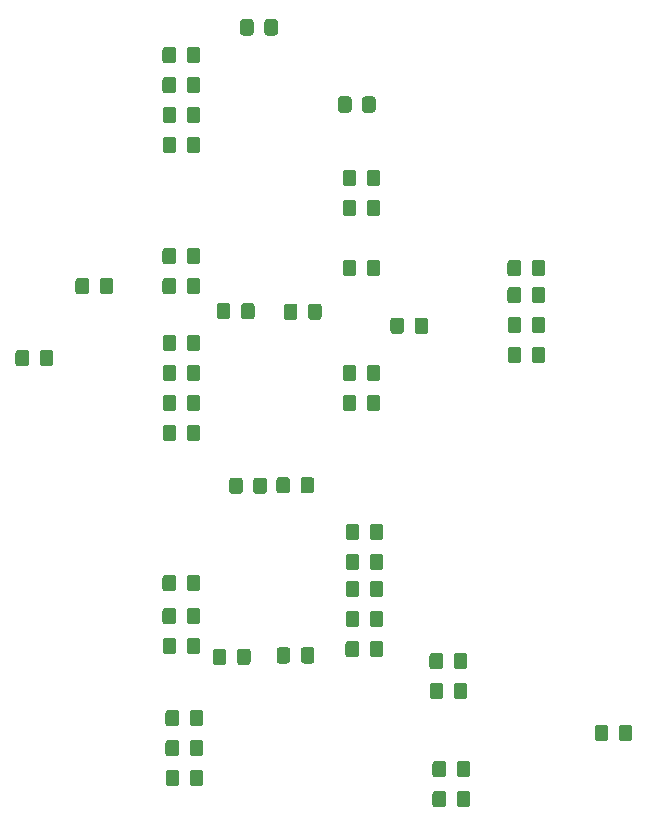
<source format=gbr>
G04 #@! TF.GenerationSoftware,KiCad,Pcbnew,5.1.6-c6e7f7d~86~ubuntu18.04.1*
G04 #@! TF.CreationDate,2020-06-22T07:49:52-04:00*
G04 #@! TF.ProjectId,modulation_source,6d6f6475-6c61-4746-996f-6e5f736f7572,rev?*
G04 #@! TF.SameCoordinates,Original*
G04 #@! TF.FileFunction,Paste,Bot*
G04 #@! TF.FilePolarity,Positive*
%FSLAX46Y46*%
G04 Gerber Fmt 4.6, Leading zero omitted, Abs format (unit mm)*
G04 Created by KiCad (PCBNEW 5.1.6-c6e7f7d~86~ubuntu18.04.1) date 2020-06-22 07:49:52*
%MOMM*%
%LPD*%
G01*
G04 APERTURE LIST*
G04 APERTURE END LIST*
G36*
G01*
X164525000Y-77729501D02*
X164525000Y-76829499D01*
G75*
G02*
X164774999Y-76579500I249999J0D01*
G01*
X165425001Y-76579500D01*
G75*
G02*
X165675000Y-76829499I0J-249999D01*
G01*
X165675000Y-77729501D01*
G75*
G02*
X165425001Y-77979500I-249999J0D01*
G01*
X164774999Y-77979500D01*
G75*
G02*
X164525000Y-77729501I0J249999D01*
G01*
G37*
G36*
G01*
X162475000Y-77729501D02*
X162475000Y-76829499D01*
G75*
G02*
X162724999Y-76579500I249999J0D01*
G01*
X163375001Y-76579500D01*
G75*
G02*
X163625000Y-76829499I0J-249999D01*
G01*
X163625000Y-77729501D01*
G75*
G02*
X163375001Y-77979500I-249999J0D01*
G01*
X162724999Y-77979500D01*
G75*
G02*
X162475000Y-77729501I0J249999D01*
G01*
G37*
G36*
G01*
X144575000Y-110039999D02*
X144575000Y-110940001D01*
G75*
G02*
X144325001Y-111190000I-249999J0D01*
G01*
X143674999Y-111190000D01*
G75*
G02*
X143425000Y-110940001I0J249999D01*
G01*
X143425000Y-110039999D01*
G75*
G02*
X143674999Y-109790000I249999J0D01*
G01*
X144325001Y-109790000D01*
G75*
G02*
X144575000Y-110039999I0J-249999D01*
G01*
G37*
G36*
G01*
X146625000Y-110039999D02*
X146625000Y-110940001D01*
G75*
G02*
X146375001Y-111190000I-249999J0D01*
G01*
X145724999Y-111190000D01*
G75*
G02*
X145475000Y-110940001I0J249999D01*
G01*
X145475000Y-110039999D01*
G75*
G02*
X145724999Y-109790000I249999J0D01*
G01*
X146375001Y-109790000D01*
G75*
G02*
X146625000Y-110039999I0J-249999D01*
G01*
G37*
G36*
G01*
X145239000Y-104844001D02*
X145239000Y-103943999D01*
G75*
G02*
X145488999Y-103694000I249999J0D01*
G01*
X146139001Y-103694000D01*
G75*
G02*
X146389000Y-103943999I0J-249999D01*
G01*
X146389000Y-104844001D01*
G75*
G02*
X146139001Y-105094000I-249999J0D01*
G01*
X145488999Y-105094000D01*
G75*
G02*
X145239000Y-104844001I0J249999D01*
G01*
G37*
G36*
G01*
X143189000Y-104844001D02*
X143189000Y-103943999D01*
G75*
G02*
X143438999Y-103694000I249999J0D01*
G01*
X144089001Y-103694000D01*
G75*
G02*
X144339000Y-103943999I0J-249999D01*
G01*
X144339000Y-104844001D01*
G75*
G02*
X144089001Y-105094000I-249999J0D01*
G01*
X143438999Y-105094000D01*
G75*
G02*
X143189000Y-104844001I0J249999D01*
G01*
G37*
G36*
G01*
X159815000Y-104197999D02*
X159815000Y-105098001D01*
G75*
G02*
X159565001Y-105348000I-249999J0D01*
G01*
X158914999Y-105348000D01*
G75*
G02*
X158665000Y-105098001I0J249999D01*
G01*
X158665000Y-104197999D01*
G75*
G02*
X158914999Y-103948000I249999J0D01*
G01*
X159565001Y-103948000D01*
G75*
G02*
X159815000Y-104197999I0J-249999D01*
G01*
G37*
G36*
G01*
X161865000Y-104197999D02*
X161865000Y-105098001D01*
G75*
G02*
X161615001Y-105348000I-249999J0D01*
G01*
X160964999Y-105348000D01*
G75*
G02*
X160715000Y-105098001I0J249999D01*
G01*
X160715000Y-104197999D01*
G75*
G02*
X160964999Y-103948000I249999J0D01*
G01*
X161615001Y-103948000D01*
G75*
G02*
X161865000Y-104197999I0J-249999D01*
G01*
G37*
G36*
G01*
X145221000Y-102304001D02*
X145221000Y-101403999D01*
G75*
G02*
X145470999Y-101154000I249999J0D01*
G01*
X146121001Y-101154000D01*
G75*
G02*
X146371000Y-101403999I0J-249999D01*
G01*
X146371000Y-102304001D01*
G75*
G02*
X146121001Y-102554000I-249999J0D01*
G01*
X145470999Y-102554000D01*
G75*
G02*
X145221000Y-102304001I0J249999D01*
G01*
G37*
G36*
G01*
X143171000Y-102304001D02*
X143171000Y-101403999D01*
G75*
G02*
X143420999Y-101154000I249999J0D01*
G01*
X144071001Y-101154000D01*
G75*
G02*
X144321000Y-101403999I0J-249999D01*
G01*
X144321000Y-102304001D01*
G75*
G02*
X144071001Y-102554000I-249999J0D01*
G01*
X143420999Y-102554000D01*
G75*
G02*
X143171000Y-102304001I0J249999D01*
G01*
G37*
G36*
G01*
X160724000Y-100018001D02*
X160724000Y-99117999D01*
G75*
G02*
X160973999Y-98868000I249999J0D01*
G01*
X161624001Y-98868000D01*
G75*
G02*
X161874000Y-99117999I0J-249999D01*
G01*
X161874000Y-100018001D01*
G75*
G02*
X161624001Y-100268000I-249999J0D01*
G01*
X160973999Y-100268000D01*
G75*
G02*
X160724000Y-100018001I0J249999D01*
G01*
G37*
G36*
G01*
X158674000Y-100018001D02*
X158674000Y-99117999D01*
G75*
G02*
X158923999Y-98868000I249999J0D01*
G01*
X159574001Y-98868000D01*
G75*
G02*
X159824000Y-99117999I0J-249999D01*
G01*
X159824000Y-100018001D01*
G75*
G02*
X159574001Y-100268000I-249999J0D01*
G01*
X158923999Y-100268000D01*
G75*
G02*
X158674000Y-100018001I0J249999D01*
G01*
G37*
G36*
G01*
X159824000Y-96831999D02*
X159824000Y-97732001D01*
G75*
G02*
X159574001Y-97982000I-249999J0D01*
G01*
X158923999Y-97982000D01*
G75*
G02*
X158674000Y-97732001I0J249999D01*
G01*
X158674000Y-96831999D01*
G75*
G02*
X158923999Y-96582000I249999J0D01*
G01*
X159574001Y-96582000D01*
G75*
G02*
X159824000Y-96831999I0J-249999D01*
G01*
G37*
G36*
G01*
X161874000Y-96831999D02*
X161874000Y-97732001D01*
G75*
G02*
X161624001Y-97982000I-249999J0D01*
G01*
X160973999Y-97982000D01*
G75*
G02*
X160724000Y-97732001I0J249999D01*
G01*
X160724000Y-96831999D01*
G75*
G02*
X160973999Y-96582000I249999J0D01*
G01*
X161624001Y-96582000D01*
G75*
G02*
X161874000Y-96831999I0J-249999D01*
G01*
G37*
G36*
G01*
X167181000Y-116897999D02*
X167181000Y-117798001D01*
G75*
G02*
X166931001Y-118048000I-249999J0D01*
G01*
X166280999Y-118048000D01*
G75*
G02*
X166031000Y-117798001I0J249999D01*
G01*
X166031000Y-116897999D01*
G75*
G02*
X166280999Y-116648000I249999J0D01*
G01*
X166931001Y-116648000D01*
G75*
G02*
X167181000Y-116897999I0J-249999D01*
G01*
G37*
G36*
G01*
X169231000Y-116897999D02*
X169231000Y-117798001D01*
G75*
G02*
X168981001Y-118048000I-249999J0D01*
G01*
X168330999Y-118048000D01*
G75*
G02*
X168081000Y-117798001I0J249999D01*
G01*
X168081000Y-116897999D01*
G75*
G02*
X168330999Y-116648000I249999J0D01*
G01*
X168981001Y-116648000D01*
G75*
G02*
X169231000Y-116897999I0J-249999D01*
G01*
G37*
G36*
G01*
X145221000Y-99510001D02*
X145221000Y-98609999D01*
G75*
G02*
X145470999Y-98360000I249999J0D01*
G01*
X146121001Y-98360000D01*
G75*
G02*
X146371000Y-98609999I0J-249999D01*
G01*
X146371000Y-99510001D01*
G75*
G02*
X146121001Y-99760000I-249999J0D01*
G01*
X145470999Y-99760000D01*
G75*
G02*
X145221000Y-99510001I0J249999D01*
G01*
G37*
G36*
G01*
X143171000Y-99510001D02*
X143171000Y-98609999D01*
G75*
G02*
X143420999Y-98360000I249999J0D01*
G01*
X144071001Y-98360000D01*
G75*
G02*
X144321000Y-98609999I0J-249999D01*
G01*
X144321000Y-99510001D01*
G75*
G02*
X144071001Y-99760000I-249999J0D01*
G01*
X143420999Y-99760000D01*
G75*
G02*
X143171000Y-99510001I0J249999D01*
G01*
G37*
G36*
G01*
X160733000Y-95192001D02*
X160733000Y-94291999D01*
G75*
G02*
X160982999Y-94042000I249999J0D01*
G01*
X161633001Y-94042000D01*
G75*
G02*
X161883000Y-94291999I0J-249999D01*
G01*
X161883000Y-95192001D01*
G75*
G02*
X161633001Y-95442000I-249999J0D01*
G01*
X160982999Y-95442000D01*
G75*
G02*
X160733000Y-95192001I0J249999D01*
G01*
G37*
G36*
G01*
X158683000Y-95192001D02*
X158683000Y-94291999D01*
G75*
G02*
X158932999Y-94042000I249999J0D01*
G01*
X159583001Y-94042000D01*
G75*
G02*
X159833000Y-94291999I0J-249999D01*
G01*
X159833000Y-95192001D01*
G75*
G02*
X159583001Y-95442000I-249999J0D01*
G01*
X158932999Y-95442000D01*
G75*
G02*
X158683000Y-95192001I0J249999D01*
G01*
G37*
G36*
G01*
X131875000Y-79559999D02*
X131875000Y-80460001D01*
G75*
G02*
X131625001Y-80710000I-249999J0D01*
G01*
X130974999Y-80710000D01*
G75*
G02*
X130725000Y-80460001I0J249999D01*
G01*
X130725000Y-79559999D01*
G75*
G02*
X130974999Y-79310000I249999J0D01*
G01*
X131625001Y-79310000D01*
G75*
G02*
X131875000Y-79559999I0J-249999D01*
G01*
G37*
G36*
G01*
X133925000Y-79559999D02*
X133925000Y-80460001D01*
G75*
G02*
X133675001Y-80710000I-249999J0D01*
G01*
X133024999Y-80710000D01*
G75*
G02*
X132775000Y-80460001I0J249999D01*
G01*
X132775000Y-79559999D01*
G75*
G02*
X133024999Y-79310000I249999J0D01*
G01*
X133675001Y-79310000D01*
G75*
G02*
X133925000Y-79559999I0J-249999D01*
G01*
G37*
G36*
G01*
X180915000Y-111309999D02*
X180915000Y-112210001D01*
G75*
G02*
X180665001Y-112460000I-249999J0D01*
G01*
X180014999Y-112460000D01*
G75*
G02*
X179765000Y-112210001I0J249999D01*
G01*
X179765000Y-111309999D01*
G75*
G02*
X180014999Y-111060000I249999J0D01*
G01*
X180665001Y-111060000D01*
G75*
G02*
X180915000Y-111309999I0J-249999D01*
G01*
G37*
G36*
G01*
X182965000Y-111309999D02*
X182965000Y-112210001D01*
G75*
G02*
X182715001Y-112460000I-249999J0D01*
G01*
X182064999Y-112460000D01*
G75*
G02*
X181815000Y-112210001I0J249999D01*
G01*
X181815000Y-111309999D01*
G75*
G02*
X182064999Y-111060000I249999J0D01*
G01*
X182715001Y-111060000D01*
G75*
G02*
X182965000Y-111309999I0J-249999D01*
G01*
G37*
G36*
G01*
X167181000Y-114357999D02*
X167181000Y-115258001D01*
G75*
G02*
X166931001Y-115508000I-249999J0D01*
G01*
X166280999Y-115508000D01*
G75*
G02*
X166031000Y-115258001I0J249999D01*
G01*
X166031000Y-114357999D01*
G75*
G02*
X166280999Y-114108000I249999J0D01*
G01*
X166931001Y-114108000D01*
G75*
G02*
X167181000Y-114357999I0J-249999D01*
G01*
G37*
G36*
G01*
X169231000Y-114357999D02*
X169231000Y-115258001D01*
G75*
G02*
X168981001Y-115508000I-249999J0D01*
G01*
X168330999Y-115508000D01*
G75*
G02*
X168081000Y-115258001I0J249999D01*
G01*
X168081000Y-114357999D01*
G75*
G02*
X168330999Y-114108000I249999J0D01*
G01*
X168981001Y-114108000D01*
G75*
G02*
X169231000Y-114357999I0J-249999D01*
G01*
G37*
G36*
G01*
X160733000Y-102558001D02*
X160733000Y-101657999D01*
G75*
G02*
X160982999Y-101408000I249999J0D01*
G01*
X161633001Y-101408000D01*
G75*
G02*
X161883000Y-101657999I0J-249999D01*
G01*
X161883000Y-102558001D01*
G75*
G02*
X161633001Y-102808000I-249999J0D01*
G01*
X160982999Y-102808000D01*
G75*
G02*
X160733000Y-102558001I0J249999D01*
G01*
G37*
G36*
G01*
X158683000Y-102558001D02*
X158683000Y-101657999D01*
G75*
G02*
X158932999Y-101408000I249999J0D01*
G01*
X159583001Y-101408000D01*
G75*
G02*
X159833000Y-101657999I0J-249999D01*
G01*
X159833000Y-102558001D01*
G75*
G02*
X159583001Y-102808000I-249999J0D01*
G01*
X158932999Y-102808000D01*
G75*
G02*
X158683000Y-102558001I0J249999D01*
G01*
G37*
G36*
G01*
X166945000Y-107753999D02*
X166945000Y-108654001D01*
G75*
G02*
X166695001Y-108904000I-249999J0D01*
G01*
X166044999Y-108904000D01*
G75*
G02*
X165795000Y-108654001I0J249999D01*
G01*
X165795000Y-107753999D01*
G75*
G02*
X166044999Y-107504000I249999J0D01*
G01*
X166695001Y-107504000D01*
G75*
G02*
X166945000Y-107753999I0J-249999D01*
G01*
G37*
G36*
G01*
X168995000Y-107753999D02*
X168995000Y-108654001D01*
G75*
G02*
X168745001Y-108904000I-249999J0D01*
G01*
X168094999Y-108904000D01*
G75*
G02*
X167845000Y-108654001I0J249999D01*
G01*
X167845000Y-107753999D01*
G75*
G02*
X168094999Y-107504000I249999J0D01*
G01*
X168745001Y-107504000D01*
G75*
G02*
X168995000Y-107753999I0J-249999D01*
G01*
G37*
G36*
G01*
X166927000Y-105213999D02*
X166927000Y-106114001D01*
G75*
G02*
X166677001Y-106364000I-249999J0D01*
G01*
X166026999Y-106364000D01*
G75*
G02*
X165777000Y-106114001I0J249999D01*
G01*
X165777000Y-105213999D01*
G75*
G02*
X166026999Y-104964000I249999J0D01*
G01*
X166677001Y-104964000D01*
G75*
G02*
X166927000Y-105213999I0J-249999D01*
G01*
G37*
G36*
G01*
X168977000Y-105213999D02*
X168977000Y-106114001D01*
G75*
G02*
X168727001Y-106364000I-249999J0D01*
G01*
X168076999Y-106364000D01*
G75*
G02*
X167827000Y-106114001I0J249999D01*
G01*
X167827000Y-105213999D01*
G75*
G02*
X168076999Y-104964000I249999J0D01*
G01*
X168727001Y-104964000D01*
G75*
G02*
X168977000Y-105213999I0J-249999D01*
G01*
G37*
G36*
G01*
X145493000Y-116020001D02*
X145493000Y-115119999D01*
G75*
G02*
X145742999Y-114870000I249999J0D01*
G01*
X146393001Y-114870000D01*
G75*
G02*
X146643000Y-115119999I0J-249999D01*
G01*
X146643000Y-116020001D01*
G75*
G02*
X146393001Y-116270000I-249999J0D01*
G01*
X145742999Y-116270000D01*
G75*
G02*
X145493000Y-116020001I0J249999D01*
G01*
G37*
G36*
G01*
X143443000Y-116020001D02*
X143443000Y-115119999D01*
G75*
G02*
X143692999Y-114870000I249999J0D01*
G01*
X144343001Y-114870000D01*
G75*
G02*
X144593000Y-115119999I0J-249999D01*
G01*
X144593000Y-116020001D01*
G75*
G02*
X144343001Y-116270000I-249999J0D01*
G01*
X143692999Y-116270000D01*
G75*
G02*
X143443000Y-116020001I0J249999D01*
G01*
G37*
G36*
G01*
X144330000Y-58985999D02*
X144330000Y-59886001D01*
G75*
G02*
X144080001Y-60136000I-249999J0D01*
G01*
X143429999Y-60136000D01*
G75*
G02*
X143180000Y-59886001I0J249999D01*
G01*
X143180000Y-58985999D01*
G75*
G02*
X143429999Y-58736000I249999J0D01*
G01*
X144080001Y-58736000D01*
G75*
G02*
X144330000Y-58985999I0J-249999D01*
G01*
G37*
G36*
G01*
X146380000Y-58985999D02*
X146380000Y-59886001D01*
G75*
G02*
X146130001Y-60136000I-249999J0D01*
G01*
X145479999Y-60136000D01*
G75*
G02*
X145230000Y-59886001I0J249999D01*
G01*
X145230000Y-58985999D01*
G75*
G02*
X145479999Y-58736000I249999J0D01*
G01*
X146130001Y-58736000D01*
G75*
G02*
X146380000Y-58985999I0J-249999D01*
G01*
G37*
G36*
G01*
X159570000Y-83369999D02*
X159570000Y-84270001D01*
G75*
G02*
X159320001Y-84520000I-249999J0D01*
G01*
X158669999Y-84520000D01*
G75*
G02*
X158420000Y-84270001I0J249999D01*
G01*
X158420000Y-83369999D01*
G75*
G02*
X158669999Y-83120000I249999J0D01*
G01*
X159320001Y-83120000D01*
G75*
G02*
X159570000Y-83369999I0J-249999D01*
G01*
G37*
G36*
G01*
X161620000Y-83369999D02*
X161620000Y-84270001D01*
G75*
G02*
X161370001Y-84520000I-249999J0D01*
G01*
X160719999Y-84520000D01*
G75*
G02*
X160470000Y-84270001I0J249999D01*
G01*
X160470000Y-83369999D01*
G75*
G02*
X160719999Y-83120000I249999J0D01*
G01*
X161370001Y-83120000D01*
G75*
G02*
X161620000Y-83369999I0J-249999D01*
G01*
G37*
G36*
G01*
X144321000Y-56445999D02*
X144321000Y-57346001D01*
G75*
G02*
X144071001Y-57596000I-249999J0D01*
G01*
X143420999Y-57596000D01*
G75*
G02*
X143171000Y-57346001I0J249999D01*
G01*
X143171000Y-56445999D01*
G75*
G02*
X143420999Y-56196000I249999J0D01*
G01*
X144071001Y-56196000D01*
G75*
G02*
X144321000Y-56445999I0J-249999D01*
G01*
G37*
G36*
G01*
X146371000Y-56445999D02*
X146371000Y-57346001D01*
G75*
G02*
X146121001Y-57596000I-249999J0D01*
G01*
X145470999Y-57596000D01*
G75*
G02*
X145221000Y-57346001I0J249999D01*
G01*
X145221000Y-56445999D01*
G75*
G02*
X145470999Y-56196000I249999J0D01*
G01*
X146121001Y-56196000D01*
G75*
G02*
X146371000Y-56445999I0J-249999D01*
G01*
G37*
G36*
G01*
X159570000Y-71939999D02*
X159570000Y-72840001D01*
G75*
G02*
X159320001Y-73090000I-249999J0D01*
G01*
X158669999Y-73090000D01*
G75*
G02*
X158420000Y-72840001I0J249999D01*
G01*
X158420000Y-71939999D01*
G75*
G02*
X158669999Y-71690000I249999J0D01*
G01*
X159320001Y-71690000D01*
G75*
G02*
X159570000Y-71939999I0J-249999D01*
G01*
G37*
G36*
G01*
X161620000Y-71939999D02*
X161620000Y-72840001D01*
G75*
G02*
X161370001Y-73090000I-249999J0D01*
G01*
X160719999Y-73090000D01*
G75*
G02*
X160470000Y-72840001I0J249999D01*
G01*
X160470000Y-71939999D01*
G75*
G02*
X160719999Y-71690000I249999J0D01*
G01*
X161370001Y-71690000D01*
G75*
G02*
X161620000Y-71939999I0J-249999D01*
G01*
G37*
G36*
G01*
X173531000Y-71939999D02*
X173531000Y-72840001D01*
G75*
G02*
X173281001Y-73090000I-249999J0D01*
G01*
X172630999Y-73090000D01*
G75*
G02*
X172381000Y-72840001I0J249999D01*
G01*
X172381000Y-71939999D01*
G75*
G02*
X172630999Y-71690000I249999J0D01*
G01*
X173281001Y-71690000D01*
G75*
G02*
X173531000Y-71939999I0J-249999D01*
G01*
G37*
G36*
G01*
X175581000Y-71939999D02*
X175581000Y-72840001D01*
G75*
G02*
X175331001Y-73090000I-249999J0D01*
G01*
X174680999Y-73090000D01*
G75*
G02*
X174431000Y-72840001I0J249999D01*
G01*
X174431000Y-71939999D01*
G75*
G02*
X174680999Y-71690000I249999J0D01*
G01*
X175331001Y-71690000D01*
G75*
G02*
X175581000Y-71939999I0J-249999D01*
G01*
G37*
G36*
G01*
X144321000Y-73463999D02*
X144321000Y-74364001D01*
G75*
G02*
X144071001Y-74614000I-249999J0D01*
G01*
X143420999Y-74614000D01*
G75*
G02*
X143171000Y-74364001I0J249999D01*
G01*
X143171000Y-73463999D01*
G75*
G02*
X143420999Y-73214000I249999J0D01*
G01*
X144071001Y-73214000D01*
G75*
G02*
X144321000Y-73463999I0J-249999D01*
G01*
G37*
G36*
G01*
X146371000Y-73463999D02*
X146371000Y-74364001D01*
G75*
G02*
X146121001Y-74614000I-249999J0D01*
G01*
X145470999Y-74614000D01*
G75*
G02*
X145221000Y-74364001I0J249999D01*
G01*
X145221000Y-73463999D01*
G75*
G02*
X145470999Y-73214000I249999J0D01*
G01*
X146121001Y-73214000D01*
G75*
G02*
X146371000Y-73463999I0J-249999D01*
G01*
G37*
G36*
G01*
X144321000Y-53905999D02*
X144321000Y-54806001D01*
G75*
G02*
X144071001Y-55056000I-249999J0D01*
G01*
X143420999Y-55056000D01*
G75*
G02*
X143171000Y-54806001I0J249999D01*
G01*
X143171000Y-53905999D01*
G75*
G02*
X143420999Y-53656000I249999J0D01*
G01*
X144071001Y-53656000D01*
G75*
G02*
X144321000Y-53905999I0J-249999D01*
G01*
G37*
G36*
G01*
X146371000Y-53905999D02*
X146371000Y-54806001D01*
G75*
G02*
X146121001Y-55056000I-249999J0D01*
G01*
X145470999Y-55056000D01*
G75*
G02*
X145221000Y-54806001I0J249999D01*
G01*
X145221000Y-53905999D01*
G75*
G02*
X145470999Y-53656000I249999J0D01*
G01*
X146121001Y-53656000D01*
G75*
G02*
X146371000Y-53905999I0J-249999D01*
G01*
G37*
G36*
G01*
X160479000Y-65220001D02*
X160479000Y-64319999D01*
G75*
G02*
X160728999Y-64070000I249999J0D01*
G01*
X161379001Y-64070000D01*
G75*
G02*
X161629000Y-64319999I0J-249999D01*
G01*
X161629000Y-65220001D01*
G75*
G02*
X161379001Y-65470000I-249999J0D01*
G01*
X160728999Y-65470000D01*
G75*
G02*
X160479000Y-65220001I0J249999D01*
G01*
G37*
G36*
G01*
X158429000Y-65220001D02*
X158429000Y-64319999D01*
G75*
G02*
X158678999Y-64070000I249999J0D01*
G01*
X159329001Y-64070000D01*
G75*
G02*
X159579000Y-64319999I0J-249999D01*
G01*
X159579000Y-65220001D01*
G75*
G02*
X159329001Y-65470000I-249999J0D01*
G01*
X158678999Y-65470000D01*
G75*
G02*
X158429000Y-65220001I0J249999D01*
G01*
G37*
G36*
G01*
X145239000Y-86810001D02*
X145239000Y-85909999D01*
G75*
G02*
X145488999Y-85660000I249999J0D01*
G01*
X146139001Y-85660000D01*
G75*
G02*
X146389000Y-85909999I0J-249999D01*
G01*
X146389000Y-86810001D01*
G75*
G02*
X146139001Y-87060000I-249999J0D01*
G01*
X145488999Y-87060000D01*
G75*
G02*
X145239000Y-86810001I0J249999D01*
G01*
G37*
G36*
G01*
X143189000Y-86810001D02*
X143189000Y-85909999D01*
G75*
G02*
X143438999Y-85660000I249999J0D01*
G01*
X144089001Y-85660000D01*
G75*
G02*
X144339000Y-85909999I0J-249999D01*
G01*
X144339000Y-86810001D01*
G75*
G02*
X144089001Y-87060000I-249999J0D01*
G01*
X143438999Y-87060000D01*
G75*
G02*
X143189000Y-86810001I0J249999D01*
G01*
G37*
G36*
G01*
X174431000Y-75126001D02*
X174431000Y-74225999D01*
G75*
G02*
X174680999Y-73976000I249999J0D01*
G01*
X175331001Y-73976000D01*
G75*
G02*
X175581000Y-74225999I0J-249999D01*
G01*
X175581000Y-75126001D01*
G75*
G02*
X175331001Y-75376000I-249999J0D01*
G01*
X174680999Y-75376000D01*
G75*
G02*
X174431000Y-75126001I0J249999D01*
G01*
G37*
G36*
G01*
X172381000Y-75126001D02*
X172381000Y-74225999D01*
G75*
G02*
X172630999Y-73976000I249999J0D01*
G01*
X173281001Y-73976000D01*
G75*
G02*
X173531000Y-74225999I0J-249999D01*
G01*
X173531000Y-75126001D01*
G75*
G02*
X173281001Y-75376000I-249999J0D01*
G01*
X172630999Y-75376000D01*
G75*
G02*
X172381000Y-75126001I0J249999D01*
G01*
G37*
G36*
G01*
X160479000Y-67760001D02*
X160479000Y-66859999D01*
G75*
G02*
X160728999Y-66610000I249999J0D01*
G01*
X161379001Y-66610000D01*
G75*
G02*
X161629000Y-66859999I0J-249999D01*
G01*
X161629000Y-67760001D01*
G75*
G02*
X161379001Y-68010000I-249999J0D01*
G01*
X160728999Y-68010000D01*
G75*
G02*
X160479000Y-67760001I0J249999D01*
G01*
G37*
G36*
G01*
X158429000Y-67760001D02*
X158429000Y-66859999D01*
G75*
G02*
X158678999Y-66610000I249999J0D01*
G01*
X159329001Y-66610000D01*
G75*
G02*
X159579000Y-66859999I0J-249999D01*
G01*
X159579000Y-67760001D01*
G75*
G02*
X159329001Y-68010000I-249999J0D01*
G01*
X158678999Y-68010000D01*
G75*
G02*
X158429000Y-67760001I0J249999D01*
G01*
G37*
G36*
G01*
X145239000Y-84270001D02*
X145239000Y-83369999D01*
G75*
G02*
X145488999Y-83120000I249999J0D01*
G01*
X146139001Y-83120000D01*
G75*
G02*
X146389000Y-83369999I0J-249999D01*
G01*
X146389000Y-84270001D01*
G75*
G02*
X146139001Y-84520000I-249999J0D01*
G01*
X145488999Y-84520000D01*
G75*
G02*
X145239000Y-84270001I0J249999D01*
G01*
G37*
G36*
G01*
X143189000Y-84270001D02*
X143189000Y-83369999D01*
G75*
G02*
X143438999Y-83120000I249999J0D01*
G01*
X144089001Y-83120000D01*
G75*
G02*
X144339000Y-83369999I0J-249999D01*
G01*
X144339000Y-84270001D01*
G75*
G02*
X144089001Y-84520000I-249999J0D01*
G01*
X143438999Y-84520000D01*
G75*
G02*
X143189000Y-84270001I0J249999D01*
G01*
G37*
G36*
G01*
X174449000Y-80206001D02*
X174449000Y-79305999D01*
G75*
G02*
X174698999Y-79056000I249999J0D01*
G01*
X175349001Y-79056000D01*
G75*
G02*
X175599000Y-79305999I0J-249999D01*
G01*
X175599000Y-80206001D01*
G75*
G02*
X175349001Y-80456000I-249999J0D01*
G01*
X174698999Y-80456000D01*
G75*
G02*
X174449000Y-80206001I0J249999D01*
G01*
G37*
G36*
G01*
X172399000Y-80206001D02*
X172399000Y-79305999D01*
G75*
G02*
X172648999Y-79056000I249999J0D01*
G01*
X173299001Y-79056000D01*
G75*
G02*
X173549000Y-79305999I0J-249999D01*
G01*
X173549000Y-80206001D01*
G75*
G02*
X173299001Y-80456000I-249999J0D01*
G01*
X172648999Y-80456000D01*
G75*
G02*
X172399000Y-80206001I0J249999D01*
G01*
G37*
G36*
G01*
X174440000Y-77666001D02*
X174440000Y-76765999D01*
G75*
G02*
X174689999Y-76516000I249999J0D01*
G01*
X175340001Y-76516000D01*
G75*
G02*
X175590000Y-76765999I0J-249999D01*
G01*
X175590000Y-77666001D01*
G75*
G02*
X175340001Y-77916000I-249999J0D01*
G01*
X174689999Y-77916000D01*
G75*
G02*
X174440000Y-77666001I0J249999D01*
G01*
G37*
G36*
G01*
X172390000Y-77666001D02*
X172390000Y-76765999D01*
G75*
G02*
X172639999Y-76516000I249999J0D01*
G01*
X173290001Y-76516000D01*
G75*
G02*
X173540000Y-76765999I0J-249999D01*
G01*
X173540000Y-77666001D01*
G75*
G02*
X173290001Y-77916000I-249999J0D01*
G01*
X172639999Y-77916000D01*
G75*
G02*
X172390000Y-77666001I0J249999D01*
G01*
G37*
G36*
G01*
X144321000Y-70923999D02*
X144321000Y-71824001D01*
G75*
G02*
X144071001Y-72074000I-249999J0D01*
G01*
X143420999Y-72074000D01*
G75*
G02*
X143171000Y-71824001I0J249999D01*
G01*
X143171000Y-70923999D01*
G75*
G02*
X143420999Y-70674000I249999J0D01*
G01*
X144071001Y-70674000D01*
G75*
G02*
X144321000Y-70923999I0J-249999D01*
G01*
G37*
G36*
G01*
X146371000Y-70923999D02*
X146371000Y-71824001D01*
G75*
G02*
X146121001Y-72074000I-249999J0D01*
G01*
X145470999Y-72074000D01*
G75*
G02*
X145221000Y-71824001I0J249999D01*
G01*
X145221000Y-70923999D01*
G75*
G02*
X145470999Y-70674000I249999J0D01*
G01*
X146121001Y-70674000D01*
G75*
G02*
X146371000Y-70923999I0J-249999D01*
G01*
G37*
G36*
G01*
X145239000Y-81730001D02*
X145239000Y-80829999D01*
G75*
G02*
X145488999Y-80580000I249999J0D01*
G01*
X146139001Y-80580000D01*
G75*
G02*
X146389000Y-80829999I0J-249999D01*
G01*
X146389000Y-81730001D01*
G75*
G02*
X146139001Y-81980000I-249999J0D01*
G01*
X145488999Y-81980000D01*
G75*
G02*
X145239000Y-81730001I0J249999D01*
G01*
G37*
G36*
G01*
X143189000Y-81730001D02*
X143189000Y-80829999D01*
G75*
G02*
X143438999Y-80580000I249999J0D01*
G01*
X144089001Y-80580000D01*
G75*
G02*
X144339000Y-80829999I0J-249999D01*
G01*
X144339000Y-81730001D01*
G75*
G02*
X144089001Y-81980000I-249999J0D01*
G01*
X143438999Y-81980000D01*
G75*
G02*
X143189000Y-81730001I0J249999D01*
G01*
G37*
G36*
G01*
X145239000Y-79190001D02*
X145239000Y-78289999D01*
G75*
G02*
X145488999Y-78040000I249999J0D01*
G01*
X146139001Y-78040000D01*
G75*
G02*
X146389000Y-78289999I0J-249999D01*
G01*
X146389000Y-79190001D01*
G75*
G02*
X146139001Y-79440000I-249999J0D01*
G01*
X145488999Y-79440000D01*
G75*
G02*
X145239000Y-79190001I0J249999D01*
G01*
G37*
G36*
G01*
X143189000Y-79190001D02*
X143189000Y-78289999D01*
G75*
G02*
X143438999Y-78040000I249999J0D01*
G01*
X144089001Y-78040000D01*
G75*
G02*
X144339000Y-78289999I0J-249999D01*
G01*
X144339000Y-79190001D01*
G75*
G02*
X144089001Y-79440000I-249999J0D01*
G01*
X143438999Y-79440000D01*
G75*
G02*
X143189000Y-79190001I0J249999D01*
G01*
G37*
G36*
G01*
X144575000Y-112579999D02*
X144575000Y-113480001D01*
G75*
G02*
X144325001Y-113730000I-249999J0D01*
G01*
X143674999Y-113730000D01*
G75*
G02*
X143425000Y-113480001I0J249999D01*
G01*
X143425000Y-112579999D01*
G75*
G02*
X143674999Y-112330000I249999J0D01*
G01*
X144325001Y-112330000D01*
G75*
G02*
X144575000Y-112579999I0J-249999D01*
G01*
G37*
G36*
G01*
X146625000Y-112579999D02*
X146625000Y-113480001D01*
G75*
G02*
X146375001Y-113730000I-249999J0D01*
G01*
X145724999Y-113730000D01*
G75*
G02*
X145475000Y-113480001I0J249999D01*
G01*
X145475000Y-112579999D01*
G75*
G02*
X145724999Y-112330000I249999J0D01*
G01*
X146375001Y-112330000D01*
G75*
G02*
X146625000Y-112579999I0J-249999D01*
G01*
G37*
G36*
G01*
X149480800Y-105758401D02*
X149480800Y-104858399D01*
G75*
G02*
X149730799Y-104608400I249999J0D01*
G01*
X150380801Y-104608400D01*
G75*
G02*
X150630800Y-104858399I0J-249999D01*
G01*
X150630800Y-105758401D01*
G75*
G02*
X150380801Y-106008400I-249999J0D01*
G01*
X149730799Y-106008400D01*
G75*
G02*
X149480800Y-105758401I0J249999D01*
G01*
G37*
G36*
G01*
X147430800Y-105758401D02*
X147430800Y-104858399D01*
G75*
G02*
X147680799Y-104608400I249999J0D01*
G01*
X148330801Y-104608400D01*
G75*
G02*
X148580800Y-104858399I0J-249999D01*
G01*
X148580800Y-105758401D01*
G75*
G02*
X148330801Y-106008400I-249999J0D01*
G01*
X147680799Y-106008400D01*
G75*
G02*
X147430800Y-105758401I0J249999D01*
G01*
G37*
G36*
G01*
X154891000Y-105631401D02*
X154891000Y-104731399D01*
G75*
G02*
X155140999Y-104481400I249999J0D01*
G01*
X155791001Y-104481400D01*
G75*
G02*
X156041000Y-104731399I0J-249999D01*
G01*
X156041000Y-105631401D01*
G75*
G02*
X155791001Y-105881400I-249999J0D01*
G01*
X155140999Y-105881400D01*
G75*
G02*
X154891000Y-105631401I0J249999D01*
G01*
G37*
G36*
G01*
X152841000Y-105631401D02*
X152841000Y-104731399D01*
G75*
G02*
X153090999Y-104481400I249999J0D01*
G01*
X153741001Y-104481400D01*
G75*
G02*
X153991000Y-104731399I0J-249999D01*
G01*
X153991000Y-105631401D01*
G75*
G02*
X153741001Y-105881400I-249999J0D01*
G01*
X153090999Y-105881400D01*
G75*
G02*
X152841000Y-105631401I0J249999D01*
G01*
G37*
G36*
G01*
X150868800Y-91280401D02*
X150868800Y-90380399D01*
G75*
G02*
X151118799Y-90130400I249999J0D01*
G01*
X151768801Y-90130400D01*
G75*
G02*
X152018800Y-90380399I0J-249999D01*
G01*
X152018800Y-91280401D01*
G75*
G02*
X151768801Y-91530400I-249999J0D01*
G01*
X151118799Y-91530400D01*
G75*
G02*
X150868800Y-91280401I0J249999D01*
G01*
G37*
G36*
G01*
X148818800Y-91280401D02*
X148818800Y-90380399D01*
G75*
G02*
X149068799Y-90130400I249999J0D01*
G01*
X149718801Y-90130400D01*
G75*
G02*
X149968800Y-90380399I0J-249999D01*
G01*
X149968800Y-91280401D01*
G75*
G02*
X149718801Y-91530400I-249999J0D01*
G01*
X149068799Y-91530400D01*
G75*
G02*
X148818800Y-91280401I0J249999D01*
G01*
G37*
G36*
G01*
X154865600Y-91229601D02*
X154865600Y-90329599D01*
G75*
G02*
X155115599Y-90079600I249999J0D01*
G01*
X155765601Y-90079600D01*
G75*
G02*
X156015600Y-90329599I0J-249999D01*
G01*
X156015600Y-91229601D01*
G75*
G02*
X155765601Y-91479600I-249999J0D01*
G01*
X155115599Y-91479600D01*
G75*
G02*
X154865600Y-91229601I0J249999D01*
G01*
G37*
G36*
G01*
X152815600Y-91229601D02*
X152815600Y-90329599D01*
G75*
G02*
X153065599Y-90079600I249999J0D01*
G01*
X153715601Y-90079600D01*
G75*
G02*
X153965600Y-90329599I0J-249999D01*
G01*
X153965600Y-91229601D01*
G75*
G02*
X153715601Y-91479600I-249999J0D01*
G01*
X153065599Y-91479600D01*
G75*
G02*
X152815600Y-91229601I0J249999D01*
G01*
G37*
G36*
G01*
X149818400Y-76497601D02*
X149818400Y-75597599D01*
G75*
G02*
X150068399Y-75347600I249999J0D01*
G01*
X150718401Y-75347600D01*
G75*
G02*
X150968400Y-75597599I0J-249999D01*
G01*
X150968400Y-76497601D01*
G75*
G02*
X150718401Y-76747600I-249999J0D01*
G01*
X150068399Y-76747600D01*
G75*
G02*
X149818400Y-76497601I0J249999D01*
G01*
G37*
G36*
G01*
X147768400Y-76497601D02*
X147768400Y-75597599D01*
G75*
G02*
X148018399Y-75347600I249999J0D01*
G01*
X148668401Y-75347600D01*
G75*
G02*
X148918400Y-75597599I0J-249999D01*
G01*
X148918400Y-76497601D01*
G75*
G02*
X148668401Y-76747600I-249999J0D01*
G01*
X148018399Y-76747600D01*
G75*
G02*
X147768400Y-76497601I0J249999D01*
G01*
G37*
G36*
G01*
X155500600Y-76548401D02*
X155500600Y-75648399D01*
G75*
G02*
X155750599Y-75398400I249999J0D01*
G01*
X156400601Y-75398400D01*
G75*
G02*
X156650600Y-75648399I0J-249999D01*
G01*
X156650600Y-76548401D01*
G75*
G02*
X156400601Y-76798400I-249999J0D01*
G01*
X155750599Y-76798400D01*
G75*
G02*
X155500600Y-76548401I0J249999D01*
G01*
G37*
G36*
G01*
X153450600Y-76548401D02*
X153450600Y-75648399D01*
G75*
G02*
X153700599Y-75398400I249999J0D01*
G01*
X154350601Y-75398400D01*
G75*
G02*
X154600600Y-75648399I0J-249999D01*
G01*
X154600600Y-76548401D01*
G75*
G02*
X154350601Y-76798400I-249999J0D01*
G01*
X153700599Y-76798400D01*
G75*
G02*
X153450600Y-76548401I0J249999D01*
G01*
G37*
G36*
G01*
X151792200Y-52469201D02*
X151792200Y-51569199D01*
G75*
G02*
X152042199Y-51319200I249999J0D01*
G01*
X152692201Y-51319200D01*
G75*
G02*
X152942200Y-51569199I0J-249999D01*
G01*
X152942200Y-52469201D01*
G75*
G02*
X152692201Y-52719200I-249999J0D01*
G01*
X152042199Y-52719200D01*
G75*
G02*
X151792200Y-52469201I0J249999D01*
G01*
G37*
G36*
G01*
X149742200Y-52469201D02*
X149742200Y-51569199D01*
G75*
G02*
X149992199Y-51319200I249999J0D01*
G01*
X150642201Y-51319200D01*
G75*
G02*
X150892200Y-51569199I0J-249999D01*
G01*
X150892200Y-52469201D01*
G75*
G02*
X150642201Y-52719200I-249999J0D01*
G01*
X149992199Y-52719200D01*
G75*
G02*
X149742200Y-52469201I0J249999D01*
G01*
G37*
G36*
G01*
X160080000Y-58997001D02*
X160080000Y-58096999D01*
G75*
G02*
X160329999Y-57847000I249999J0D01*
G01*
X160980001Y-57847000D01*
G75*
G02*
X161230000Y-58096999I0J-249999D01*
G01*
X161230000Y-58997001D01*
G75*
G02*
X160980001Y-59247000I-249999J0D01*
G01*
X160329999Y-59247000D01*
G75*
G02*
X160080000Y-58997001I0J249999D01*
G01*
G37*
G36*
G01*
X158030000Y-58997001D02*
X158030000Y-58096999D01*
G75*
G02*
X158279999Y-57847000I249999J0D01*
G01*
X158930001Y-57847000D01*
G75*
G02*
X159180000Y-58096999I0J-249999D01*
G01*
X159180000Y-58997001D01*
G75*
G02*
X158930001Y-59247000I-249999J0D01*
G01*
X158279999Y-59247000D01*
G75*
G02*
X158030000Y-58997001I0J249999D01*
G01*
G37*
G36*
G01*
X159579000Y-80829999D02*
X159579000Y-81730001D01*
G75*
G02*
X159329001Y-81980000I-249999J0D01*
G01*
X158678999Y-81980000D01*
G75*
G02*
X158429000Y-81730001I0J249999D01*
G01*
X158429000Y-80829999D01*
G75*
G02*
X158678999Y-80580000I249999J0D01*
G01*
X159329001Y-80580000D01*
G75*
G02*
X159579000Y-80829999I0J-249999D01*
G01*
G37*
G36*
G01*
X161629000Y-80829999D02*
X161629000Y-81730001D01*
G75*
G02*
X161379001Y-81980000I-249999J0D01*
G01*
X160728999Y-81980000D01*
G75*
G02*
X160479000Y-81730001I0J249999D01*
G01*
X160479000Y-80829999D01*
G75*
G02*
X160728999Y-80580000I249999J0D01*
G01*
X161379001Y-80580000D01*
G75*
G02*
X161629000Y-80829999I0J-249999D01*
G01*
G37*
G36*
G01*
X145239000Y-62426001D02*
X145239000Y-61525999D01*
G75*
G02*
X145488999Y-61276000I249999J0D01*
G01*
X146139001Y-61276000D01*
G75*
G02*
X146389000Y-61525999I0J-249999D01*
G01*
X146389000Y-62426001D01*
G75*
G02*
X146139001Y-62676000I-249999J0D01*
G01*
X145488999Y-62676000D01*
G75*
G02*
X145239000Y-62426001I0J249999D01*
G01*
G37*
G36*
G01*
X143189000Y-62426001D02*
X143189000Y-61525999D01*
G75*
G02*
X143438999Y-61276000I249999J0D01*
G01*
X144089001Y-61276000D01*
G75*
G02*
X144339000Y-61525999I0J-249999D01*
G01*
X144339000Y-62426001D01*
G75*
G02*
X144089001Y-62676000I-249999J0D01*
G01*
X143438999Y-62676000D01*
G75*
G02*
X143189000Y-62426001I0J249999D01*
G01*
G37*
G36*
G01*
X136955000Y-73463999D02*
X136955000Y-74364001D01*
G75*
G02*
X136705001Y-74614000I-249999J0D01*
G01*
X136054999Y-74614000D01*
G75*
G02*
X135805000Y-74364001I0J249999D01*
G01*
X135805000Y-73463999D01*
G75*
G02*
X136054999Y-73214000I249999J0D01*
G01*
X136705001Y-73214000D01*
G75*
G02*
X136955000Y-73463999I0J-249999D01*
G01*
G37*
G36*
G01*
X139005000Y-73463999D02*
X139005000Y-74364001D01*
G75*
G02*
X138755001Y-74614000I-249999J0D01*
G01*
X138104999Y-74614000D01*
G75*
G02*
X137855000Y-74364001I0J249999D01*
G01*
X137855000Y-73463999D01*
G75*
G02*
X138104999Y-73214000I249999J0D01*
G01*
X138755001Y-73214000D01*
G75*
G02*
X139005000Y-73463999I0J-249999D01*
G01*
G37*
M02*

</source>
